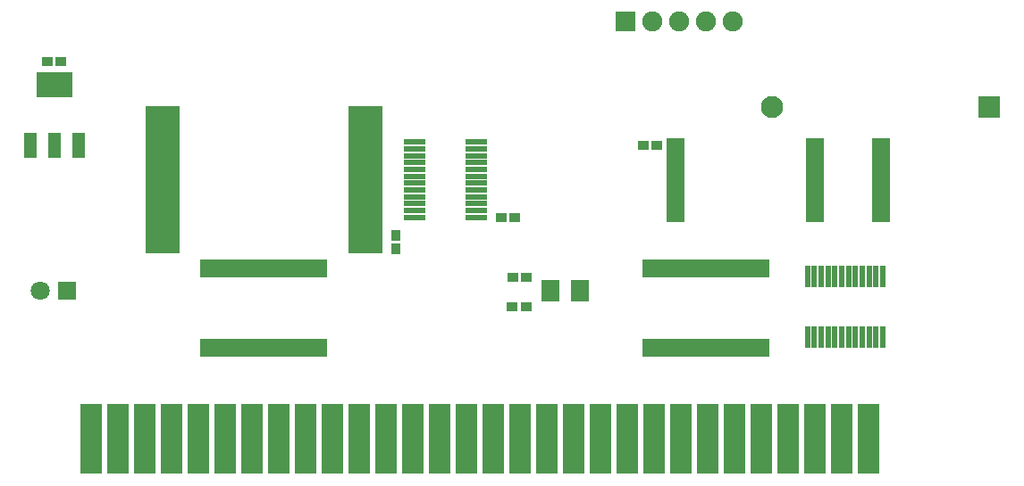
<source format=gbr>
G04 DipTrace 2.4.0.2*
%INTopMask.gbr*%
%MOIN*%
%ADD19R,0.0748X0.0748*%
%ADD20C,0.0748*%
%ADD44R,0.0236X0.0787*%
%ADD46R,0.0787X0.0236*%
%ADD48R,0.1358X0.0925*%
%ADD50R,0.0453X0.0925*%
%ADD54R,0.126X0.0197*%
%ADD56R,0.0709X0.0197*%
%ADD58R,0.0197X0.0709*%
%ADD62R,0.0787X0.2638*%
%ADD64R,0.0709X0.0787*%
%ADD66R,0.0354X0.0433*%
%ADD68C,0.0709*%
%ADD70R,0.0709X0.0709*%
%ADD72R,0.0433X0.0354*%
%ADD74C,0.0827*%
%ADD75R,0.0827X0.0827*%
%FSLAX44Y44*%
G04*
G70*
G90*
G75*
G01*
%LNTopMask*%
%LPD*%
D75*
X42687Y17812D3*
D74*
X34616D3*
D72*
X8074Y19500D3*
X7562D3*
D70*
X8312Y10937D3*
D68*
X7312D3*
D66*
X20580Y12505D3*
Y13017D3*
D72*
X24501Y13688D3*
X25013D3*
X30312Y16374D3*
X29800D3*
X24913Y10364D3*
X25425D3*
D64*
X26325Y10938D3*
X27427D3*
D62*
X9186Y5399D3*
X10186D3*
X11186D3*
X12186D3*
X13186D3*
X14186D3*
X15186D3*
X16186D3*
X17186D3*
X18186D3*
X19186D3*
X20186D3*
X21186D3*
X22186D3*
X23186D3*
X24186D3*
X25186D3*
X26186D3*
X27186D3*
X28186D3*
X29186D3*
X30186D3*
X31186D3*
X32186D3*
X33186D3*
X34186D3*
X35186D3*
X36186D3*
X37186D3*
X38186D3*
D19*
X29125Y21000D3*
D20*
X30125D3*
X31125D3*
X32125D3*
X33125D3*
D72*
X24924Y11436D3*
X25435D3*
D54*
X11875Y17750D3*
Y17553D3*
Y17356D3*
Y17159D3*
Y16962D3*
Y16765D3*
Y16568D3*
Y16372D3*
Y16175D3*
Y15978D3*
Y15781D3*
Y15584D3*
Y15387D3*
Y15190D3*
Y14994D3*
Y14797D3*
Y14600D3*
Y14403D3*
Y14206D3*
Y14009D3*
Y13812D3*
Y13616D3*
Y13419D3*
Y13222D3*
Y13025D3*
Y12828D3*
Y12631D3*
Y12435D3*
X19434D3*
Y12631D3*
Y12828D3*
Y13025D3*
Y13222D3*
Y13419D3*
Y13616D3*
Y13812D3*
Y14009D3*
Y14206D3*
Y14403D3*
Y14600D3*
Y14797D3*
Y14994D3*
Y15190D3*
Y15387D3*
Y15584D3*
Y15781D3*
Y15978D3*
Y16175D3*
Y16372D3*
Y16568D3*
Y16765D3*
Y16962D3*
Y17159D3*
Y17356D3*
Y17553D3*
Y17750D3*
D58*
X13375Y8812D3*
X13571D3*
X13768D3*
X13965D3*
X14162D3*
X14359D3*
X14556D3*
X14752D3*
X14949D3*
X15146D3*
X15343D3*
X15540D3*
X15737D3*
X15934D3*
X16130D3*
X16327D3*
X16524D3*
X16721D3*
X16918D3*
X17115D3*
X17312D3*
X17508D3*
X17705D3*
X17902D3*
Y11765D3*
X17705D3*
X17508D3*
X17312D3*
X17115D3*
X16918D3*
X16721D3*
X16524D3*
X16327D3*
X16130D3*
X15934D3*
X15737D3*
X15540D3*
X15343D3*
X15146D3*
X14949D3*
X14752D3*
X14556D3*
X14359D3*
X14162D3*
X13965D3*
X13768D3*
X13571D3*
X13375D3*
D56*
X31000Y16556D3*
Y16359D3*
Y16162D3*
Y15966D3*
Y15769D3*
Y15572D3*
Y15375D3*
Y15178D3*
Y14981D3*
Y14784D3*
Y14588D3*
Y14391D3*
Y14194D3*
Y13997D3*
Y13800D3*
Y13603D3*
X36196D3*
Y13800D3*
Y13997D3*
Y14194D3*
Y14391D3*
Y14588D3*
Y14784D3*
Y14981D3*
Y15178D3*
Y15375D3*
Y15572D3*
Y15769D3*
Y15966D3*
Y16162D3*
Y16359D3*
Y16556D3*
X38657Y13603D3*
Y13800D3*
Y13997D3*
Y14194D3*
Y14391D3*
Y14588D3*
Y14784D3*
Y14981D3*
Y15178D3*
Y15375D3*
Y15572D3*
Y15769D3*
Y15966D3*
Y16162D3*
Y16359D3*
Y16556D3*
D50*
X6937Y16375D3*
X7843D3*
X8748D3*
D48*
X7843Y18658D3*
D58*
X29875Y8812D3*
X30071D3*
X30268D3*
X30465D3*
X30662D3*
X30859D3*
X31056D3*
X31252D3*
X31449D3*
X31646D3*
X31843D3*
X32040D3*
X32237D3*
X32434D3*
X32630D3*
X32827D3*
X33024D3*
X33221D3*
X33418D3*
X33615D3*
X33812D3*
X34008D3*
X34205D3*
X34402D3*
Y11765D3*
X34205D3*
X34008D3*
X33812D3*
X33615D3*
X33418D3*
X33221D3*
X33024D3*
X32827D3*
X32630D3*
X32434D3*
X32237D3*
X32040D3*
X31843D3*
X31646D3*
X31449D3*
X31252D3*
X31056D3*
X30859D3*
X30662D3*
X30465D3*
X30268D3*
X30071D3*
X29875D3*
D46*
X23564Y13688D3*
Y13944D3*
Y14200D3*
Y14456D3*
Y14712D3*
Y14968D3*
Y15223D3*
Y15479D3*
Y15735D3*
Y15991D3*
Y16247D3*
Y16503D3*
X21280D3*
Y16247D3*
Y15991D3*
Y15735D3*
Y15479D3*
Y15223D3*
Y14968D3*
Y14712D3*
Y14456D3*
Y14200D3*
Y13944D3*
Y13688D3*
D44*
X35924Y9201D3*
X36180D3*
X36436D3*
X36692D3*
X36948D3*
X37204D3*
X37460D3*
X37716D3*
X37971D3*
X38227D3*
X38483D3*
X38739D3*
Y11485D3*
X38483D3*
X38227D3*
X37971D3*
X37716D3*
X37460D3*
X37204D3*
X36948D3*
X36692D3*
X36436D3*
X36180D3*
X35924D3*
M02*

</source>
